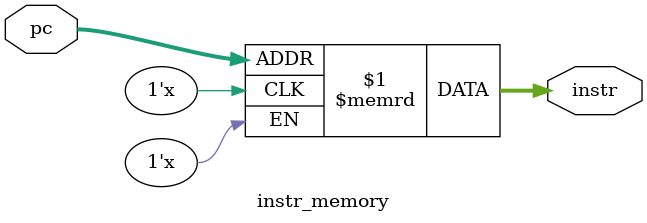
<source format=v>
`timescale 1ns / 100 ps

module instr_memory(pc, instr);
	input[15:0] pc;
	output[15:0] instr;
	
//	reg [15:0] instr;
	reg [15:0] instr_mem [511:0]; // 511(32*16) * 16bit memory
	
	assign instr = instr_mem[pc];
	
endmodule

</source>
